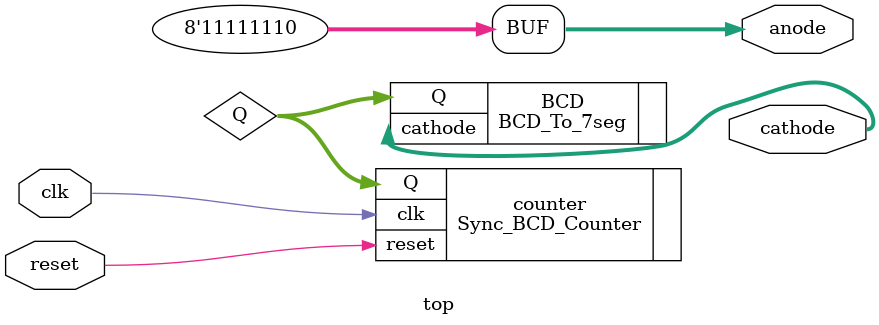
<source format=v>
`timescale 1ns / 1ps


module top(
    input clk,
    input reset,
    output [7:0] cathode,
    output [7:0] anode
    );
    
    assign anode = 8'b1111_1110; //We just want to active the right most 7-segment display on the board.
    wire [3:0] Q; 
    
    BCD_To_7seg BCD(.Q(Q), .cathode(cathode));
        
    Sync_BCD_Counter counter(.clk(clk), .reset(reset), .Q(Q));
                
endmodule

</source>
